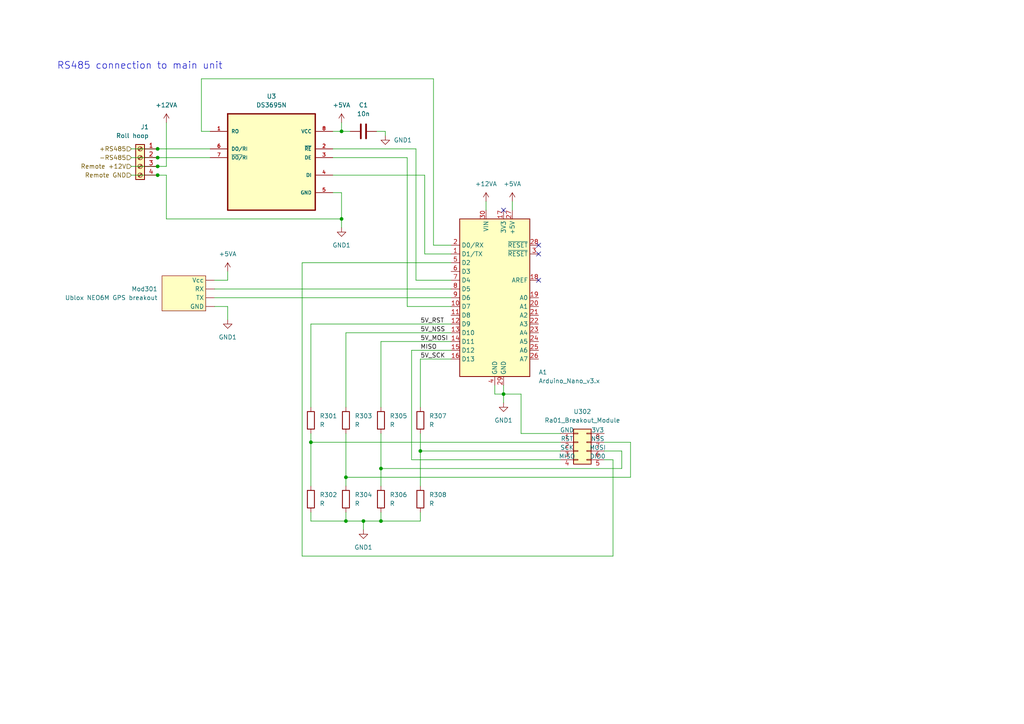
<source format=kicad_sch>
(kicad_sch (version 20230121) (generator eeschema)
  (paper "A4")
  (title_block (title "Tractor Engine Watchdog - Remote PCB") (date "2023-12-28") (rev "1") (company "Jotham Gates") (comment 1 "https://github.com/jgOhYeah/TractorWatchdog") (comment 3 "should connect +VDC to the chassis and -VDC to the battery through the ignition switch.") (comment 4 "Note that the ground symbol represents 0V in this schematic. Positive earthed vehicles"))
  (lib_symbols
    (symbol "Connector:Screw_Terminal_01x04" (pin_names (offset 1.016) hide)
      (property "Reference" "J" (at 0 5.08 0))
      (property "Value" "Screw_Terminal_01x04" (at 0 -7.62 0))
      (symbol "Screw_Terminal_01x04_1_1"
        (rectangle (start -1.27 3.81) (end 1.27 -6.35) (stroke (width 0.254)) (fill (type background)))
        (circle (center 0 -5.08) (radius 0.635) (stroke (width 0.1524)))
        (circle (center 0 -2.54) (radius 0.635) (stroke (width 0.1524)))
        (polyline (pts (xy -0.5334 -4.7498) (xy 0.3302 -5.588)) (stroke (width 0.1524)))
        (polyline (pts (xy -0.5334 -2.2098) (xy 0.3302 -3.048)) (stroke (width 0.1524)))
        (polyline (pts (xy -0.5334 0.3302) (xy 0.3302 -0.508)) (stroke (width 0.1524)))
        (polyline (pts (xy -0.5334 2.8702) (xy 0.3302 2.032)) (stroke (width 0.1524)))
        (polyline (pts (xy -0.3556 -4.572) (xy 0.508 -5.4102)) (stroke (width 0.1524)))
        (polyline (pts (xy -0.3556 -2.032) (xy 0.508 -2.8702)) (stroke (width 0.1524)))
        (polyline (pts (xy -0.3556 0.508) (xy 0.508 -0.3302)) (stroke (width 0.1524)))
        (polyline (pts (xy -0.3556 3.048) (xy 0.508 2.2098)) (stroke (width 0.1524)))
        (circle (center 0 0) (radius 0.635) (stroke (width 0.1524)))
        (circle (center 0 2.54) (radius 0.635) (stroke (width 0.1524)))
        (pin passive line (at -5.08 2.54 0) (length 3.81) (name "Pin_1") (number "1"))
        (pin passive line (at -5.08 0 0) (length 3.81) (name "Pin_2") (number "2"))
        (pin passive line (at -5.08 -2.54 0) (length 3.81) (name "Pin_3") (number "3"))
        (pin passive line (at -5.08 -5.08 0) (length 3.81) (name "Pin_4") (number "4"))
      )
    )
    (symbol "Custom:Ra01_Breakout_Module-Ra01_Breakout_Module" (pin_names (offset 0))
      (property "Reference" "U2" (at 1.27 8.89 0))
      (property "Value" "Ra01_Breakout_Module-Ra01_Breakout_Module" (at 1.27 6.35 0))
      (symbol "Ra01_Breakout_Module-Ra01_Breakout_Module_1_1"
        (rectangle (start -1.27 -4.953) (end 0 -5.207) (stroke (width 0.1524)))
        (rectangle (start -1.27 -2.413) (end 0 -2.667) (stroke (width 0.1524)))
        (rectangle (start -1.27 0.127) (end 0 -0.127) (stroke (width 0.1524)))
        (rectangle (start -1.27 2.667) (end 0 2.413) (stroke (width 0.1524)))
        (rectangle (start -1.27 3.81) (end 3.81 -6.35) (stroke (width 0.254)) (fill (type background)))
        (rectangle (start 3.81 -4.953) (end 2.54 -5.207) (stroke (width 0.1524)))
        (rectangle (start 3.81 -2.413) (end 2.54 -2.667) (stroke (width 0.1524)))
        (rectangle (start 3.81 0.127) (end 2.54 -0.127) (stroke (width 0.1524)))
        (rectangle (start 3.81 2.667) (end 2.54 2.413) (stroke (width 0.1524)))
        (pin power_in line (at -5.08 2.54 0) (length 3.81) (name "GND") (number "1"))
        (pin input line (at -5.08 0 0) (length 3.81) (name "RST") (number "2"))
        (pin input line (at -5.08 -2.54 0) (length 3.81) (name "SCK") (number "3"))
        (pin output line (at -5.08 -5.08 0) (length 3.81) (name "MISO") (number "4"))
        (pin bidirectional line (at 7.62 -5.08 180) (length 3.81) (name "DIO0") (number "5"))
        (pin input line (at 7.62 -2.54 180) (length 3.81) (name "MOSI") (number "6"))
        (pin input line (at 7.62 0 180) (length 3.81) (name "NSS") (number "7"))
        (pin power_in line (at 7.62 2.54 180) (length 3.81) (name "3V3") (number "8"))
      )
    )
    (symbol "Custom:Ublox_NEO6M_GPS_BreakoutModule"
      (property "Reference" "Mod" (at 0 1.27 0))
      (property "Value" "Ublox NEO6M GPS breakout" (at 0 -1.27 0))
      (symbol "Ublox_NEO6M_GPS_BreakoutModule_1_1"
        (rectangle (start 0 -2.54) (end 12.7 -12.7) (fill (type background)))
        (pin power_in line (at -2.54 -11.43 0) (length 2.54) (name "GND") (number ""))
        (pin input line (at -2.54 -6.35 0) (length 2.54) (name "RX") (number ""))
        (pin output line (at -2.54 -8.89 0) (length 2.54) (name "TX") (number ""))
        (pin power_in line (at -2.54 -3.81 0) (length 2.54) (name "Vcc") (number ""))
      )
    )
    (symbol "DS3695N:DS3695N" (pin_names (offset 1.016))
      (property "Reference" "U" (at -5.08 11.5062 0))
      (property "Value" "DS3695N" (at -6.2992 -20.5994 0))
      (symbol "DS3695N_0_0"
        (rectangle (start -12.7 -17.78) (end 12.7 10.16) (stroke (width 0.4064)) (fill (type background)))
        (pin output line (at 17.78 5.08 180) (length 5.08) (name "RO") (number "1"))
        (pin input line (at -17.78 0 0) (length 5.08) (name "~{RE}") (number "2"))
        (pin input line (at -17.78 -2.54 0) (length 5.08) (name "DE") (number "3"))
        (pin input line (at -17.78 -7.62 0) (length 5.08) (name "DI") (number "4"))
        (pin passive line (at -17.78 -12.7 0) (length 5.08) (name "GND") (number "5"))
        (pin bidirectional line (at 17.78 0 180) (length 5.08) (name "DO/RI") (number "6"))
        (pin bidirectional line (at 17.78 -2.54 180) (length 5.08) (name "~{DO/}RI") (number "7"))
        (pin power_in line (at -17.78 5.08 0) (length 5.08) (name "VCC") (number "8"))
      )
    )
    (symbol "Device:C" (pin_numbers hide) (pin_names (offset 0.254))
      (property "Reference" "C" (at 0.635 2.54 0))
      (property "Value" "C" (at 0.635 -2.54 0))
      (symbol "C_0_1"
        (polyline (pts (xy -2.032 -0.762) (xy 2.032 -0.762)) (stroke (width 0.508)))
        (polyline (pts (xy -2.032 0.762) (xy 2.032 0.762)) (stroke (width 0.508)))
      )
      (symbol "C_1_1"
        (pin passive line (at 0 3.81 270) (length 2.794) (name "~") (number "1"))
        (pin passive line (at 0 -3.81 90) (length 2.794) (name "~") (number "2"))
      )
    )
    (symbol "Device:R" (pin_numbers hide) (pin_names (offset 0))
      (property "Reference" "R" (at 2.032 0 90))
      (property "Value" "R" (at 0 0 90))
      (symbol "R_0_1"
        (rectangle (start -1.016 -2.54) (end 1.016 2.54) (stroke (width 0.254)))
      )
      (symbol "R_1_1"
        (pin passive line (at 0 3.81 270) (length 1.27) (name "~") (number "1"))
        (pin passive line (at 0 -3.81 90) (length 1.27) (name "~") (number "2"))
      )
    )
    (symbol "MCU_Module:Arduino_Nano_v3.x"
      (property "Reference" "A" (at -10.16 23.495 0))
      (property "Value" "Arduino_Nano_v3.x" (at 5.08 -24.13 0))
      (symbol "Arduino_Nano_v3.x_0_1"
        (rectangle (start -10.16 22.86) (end 10.16 -22.86) (stroke (width 0.254)) (fill (type background)))
      )
      (symbol "Arduino_Nano_v3.x_1_1"
        (pin bidirectional line (at -12.7 12.7 0) (length 2.54) (name "D1/TX") (number "1"))
        (pin bidirectional line (at -12.7 -2.54 0) (length 2.54) (name "D7") (number "10"))
        (pin bidirectional line (at -12.7 -5.08 0) (length 2.54) (name "D8") (number "11"))
        (pin bidirectional line (at -12.7 -7.62 0) (length 2.54) (name "D9") (number "12"))
        (pin bidirectional line (at -12.7 -10.16 0) (length 2.54) (name "D10") (number "13"))
        (pin bidirectional line (at -12.7 -12.7 0) (length 2.54) (name "D11") (number "14"))
        (pin bidirectional line (at -12.7 -15.24 0) (length 2.54) (name "D12") (number "15"))
        (pin bidirectional line (at -12.7 -17.78 0) (length 2.54) (name "D13") (number "16"))
        (pin power_out line (at 2.54 25.4 270) (length 2.54) (name "3V3") (number "17"))
        (pin input line (at 12.7 5.08 180) (length 2.54) (name "AREF") (number "18"))
        (pin bidirectional line (at 12.7 0 180) (length 2.54) (name "A0") (number "19"))
        (pin bidirectional line (at -12.7 15.24 0) (length 2.54) (name "D0/RX") (number "2"))
        (pin bidirectional line (at 12.7 -2.54 180) (length 2.54) (name "A1") (number "20"))
        (pin bidirectional line (at 12.7 -5.08 180) (length 2.54) (name "A2") (number "21"))
        (pin bidirectional line (at 12.7 -7.62 180) (length 2.54) (name "A3") (number "22"))
        (pin bidirectional line (at 12.7 -10.16 180) (length 2.54) (name "A4") (number "23"))
        (pin bidirectional line (at 12.7 -12.7 180) (length 2.54) (name "A5") (number "24"))
        (pin bidirectional line (at 12.7 -15.24 180) (length 2.54) (name "A6") (number "25"))
        (pin bidirectional line (at 12.7 -17.78 180) (length 2.54) (name "A7") (number "26"))
        (pin power_out line (at 5.08 25.4 270) (length 2.54) (name "+5V") (number "27"))
        (pin input line (at 12.7 15.24 180) (length 2.54) (name "~{RESET}") (number "28"))
        (pin power_in line (at 2.54 -25.4 90) (length 2.54) (name "GND") (number "29"))
        (pin input line (at 12.7 12.7 180) (length 2.54) (name "~{RESET}") (number "3"))
        (pin power_in line (at -2.54 25.4 270) (length 2.54) (name "VIN") (number "30"))
        (pin power_in line (at 0 -25.4 90) (length 2.54) (name "GND") (number "4"))
        (pin bidirectional line (at -12.7 10.16 0) (length 2.54) (name "D2") (number "5"))
        (pin bidirectional line (at -12.7 7.62 0) (length 2.54) (name "D3") (number "6"))
        (pin bidirectional line (at -12.7 5.08 0) (length 2.54) (name "D4") (number "7"))
        (pin bidirectional line (at -12.7 2.54 0) (length 2.54) (name "D5") (number "8"))
        (pin bidirectional line (at -12.7 0 0) (length 2.54) (name "D6") (number "9"))
      )
    )
    (symbol "power:+12VA" (power) (pin_names (offset 0))
      (property "Value" "+12VA" (at 0 3.556 0))
      (symbol "+12VA_0_1"
        (polyline (pts (xy -0.762 1.27) (xy 0 2.54)))
        (polyline (pts (xy 0 0) (xy 0 2.54)))
        (polyline (pts (xy 0 2.54) (xy 0.762 1.27)))
      )
      (symbol "+12VA_1_1"
        (pin power_in line (at 0 0 90) (length 0) hide (name "+12VA") (number "1"))
      )
    )
    (symbol "power:+5VA" (power) (pin_names (offset 0))
      (property "Value" "+5VA" (at 0 3.556 0))
      (symbol "+5VA_0_1"
        (polyline (pts (xy -0.762 1.27) (xy 0 2.54)))
        (polyline (pts (xy 0 0) (xy 0 2.54)))
        (polyline (pts (xy 0 2.54) (xy 0.762 1.27)))
      )
      (symbol "+5VA_1_1"
        (pin power_in line (at 0 0 90) (length 0) hide (name "+5VA") (number "1"))
      )
    )
    (symbol "power:GND1" (power) (pin_names (offset 0))
      (property "Value" "GND1" (at 0 -3.81 0))
      (symbol "GND1_0_1"
        (polyline (pts (xy 0 0) (xy 0 -1.27) (xy 1.27 -1.27) (xy 0 -2.54) (xy -1.27 -1.27) (xy 0 -1.27)))
      )
      (symbol "GND1_1_1"
        (pin power_in line (at 0 0 270) (length 0) hide (name "GND1") (number "1"))
      )
    )
  )
  (junction (at 45.72 43.18))
  (junction (at 121.92 130.81))
  (junction (at 100.33 138.43))
  (junction (at 99.06 38.1))
  (junction (at 110.49 135.89))
  (junction (at 110.49 151.13))
  (junction (at 100.33 151.13))
  (junction (at 45.72 48.26))
  (junction (at 90.17 128.27))
  (junction (at 146.05 114.3))
  (junction (at 45.72 50.8))
  (junction (at 105.41 151.13))
  (junction (at 45.72 45.72))
  (junction (at 99.06 63.5))
  (no_connect (at 156.21 73.66))
  (no_connect (at 156.21 71.12))
  (no_connect (at 156.21 81.28))
  (no_connect (at 146.05 60.96))
  (wire (pts (xy 66.04 78.74) (xy 66.04 81.28)))
  (wire (pts (xy 45.72 50.8) (xy 48.26 50.8)))
  (wire (pts (xy 175.26 130.81) (xy 180.34 130.81)))
  (wire (pts (xy 58.42 22.86) (xy 58.42 38.1)))
  (wire (pts (xy 66.04 81.28) (xy 62.23 81.28)))
  (wire (pts (xy 110.49 99.06) (xy 110.49 118.11)))
  (wire (pts (xy 121.92 125.73) (xy 121.92 130.81)))
  (wire (pts (xy 125.73 71.12) (xy 125.73 22.86)))
  (wire (pts (xy 121.92 151.13) (xy 110.49 151.13)))
  (wire (pts (xy 118.11 45.72) (xy 96.52 45.72)))
  (wire (pts (xy 110.49 151.13) (xy 110.49 148.59)))
  (wire (pts (xy 100.33 138.43) (xy 100.33 140.97)))
  (wire (pts (xy 100.33 148.59) (xy 100.33 151.13)))
  (wire (pts (xy 110.49 125.73) (xy 110.49 135.89)))
  (wire (pts (xy 38.1 43.18) (xy 45.72 43.18)))
  (wire (pts (xy 105.41 151.13) (xy 105.41 153.67)))
  (wire (pts (xy 146.05 111.76) (xy 146.05 114.3)))
  (wire (pts (xy 100.33 151.13) (xy 105.41 151.13)))
  (wire (pts (xy 130.81 71.12) (xy 125.73 71.12)))
  (wire (pts (xy 99.06 55.88) (xy 96.52 55.88)))
  (wire (pts (xy 66.04 88.9) (xy 66.04 92.71)))
  (wire (pts (xy 38.1 50.8) (xy 45.72 50.8)))
  (wire (pts (xy 143.51 114.3) (xy 146.05 114.3)))
  (wire (pts (xy 151.13 114.3) (xy 146.05 114.3)))
  (wire (pts (xy 146.05 114.3) (xy 146.05 116.84)))
  (wire (pts (xy 48.26 35.56) (xy 48.26 48.26)))
  (wire (pts (xy 123.19 73.66) (xy 123.19 50.8)))
  (wire (pts (xy 118.11 88.9) (xy 118.11 45.72)))
  (wire (pts (xy 45.72 45.72) (xy 60.96 45.72)))
  (wire (pts (xy 175.26 128.27) (xy 182.88 128.27)))
  (wire (pts (xy 119.38 101.6) (xy 130.81 101.6)))
  (wire (pts (xy 125.73 22.86) (xy 58.42 22.86)))
  (wire (pts (xy 87.63 76.2) (xy 87.63 161.29)))
  (wire (pts (xy 90.17 148.59) (xy 90.17 151.13)))
  (wire (pts (xy 130.81 99.06) (xy 110.49 99.06)))
  (wire (pts (xy 62.23 88.9) (xy 66.04 88.9)))
  (wire (pts (xy 180.34 130.81) (xy 180.34 135.89)))
  (wire (pts (xy 177.8 133.35) (xy 175.26 133.35)))
  (wire (pts (xy 177.8 161.29) (xy 177.8 133.35)))
  (wire (pts (xy 90.17 125.73) (xy 90.17 128.27)))
  (wire (pts (xy 130.81 73.66) (xy 123.19 73.66)))
  (wire (pts (xy 99.06 38.1) (xy 96.52 38.1)))
  (wire (pts (xy 119.38 133.35) (xy 119.38 101.6)))
  (wire (pts (xy 121.92 130.81) (xy 121.92 140.97)))
  (wire (pts (xy 38.1 48.26) (xy 45.72 48.26)))
  (wire (pts (xy 111.76 38.1) (xy 109.22 38.1)))
  (wire (pts (xy 110.49 135.89) (xy 110.49 140.97)))
  (wire (pts (xy 48.26 63.5) (xy 99.06 63.5)))
  (wire (pts (xy 182.88 128.27) (xy 182.88 138.43)))
  (wire (pts (xy 45.72 43.18) (xy 60.96 43.18)))
  (wire (pts (xy 121.92 104.14) (xy 121.92 118.11)))
  (wire (pts (xy 99.06 38.1) (xy 101.6 38.1)))
  (wire (pts (xy 90.17 93.98) (xy 90.17 118.11)))
  (wire (pts (xy 118.11 88.9) (xy 130.81 88.9)))
  (wire (pts (xy 162.56 133.35) (xy 119.38 133.35)))
  (wire (pts (xy 120.65 43.18) (xy 96.52 43.18)))
  (wire (pts (xy 100.33 125.73) (xy 100.33 138.43)))
  (wire (pts (xy 90.17 128.27) (xy 90.17 140.97)))
  (wire (pts (xy 38.1 45.72) (xy 45.72 45.72)))
  (wire (pts (xy 99.06 35.56) (xy 99.06 38.1)))
  (wire (pts (xy 105.41 151.13) (xy 110.49 151.13)))
  (wire (pts (xy 130.81 76.2) (xy 87.63 76.2)))
  (wire (pts (xy 121.92 148.59) (xy 121.92 151.13)))
  (wire (pts (xy 90.17 151.13) (xy 100.33 151.13)))
  (wire (pts (xy 58.42 38.1) (xy 60.96 38.1)))
  (wire (pts (xy 121.92 130.81) (xy 162.56 130.81)))
  (wire (pts (xy 130.81 104.14) (xy 121.92 104.14)))
  (wire (pts (xy 48.26 50.8) (xy 48.26 63.5)))
  (wire (pts (xy 162.56 125.73) (xy 151.13 125.73)))
  (wire (pts (xy 45.72 48.26) (xy 48.26 48.26)))
  (wire (pts (xy 151.13 125.73) (xy 151.13 114.3)))
  (wire (pts (xy 100.33 96.52) (xy 130.81 96.52)))
  (wire (pts (xy 90.17 93.98) (xy 130.81 93.98)))
  (wire (pts (xy 62.23 83.82) (xy 130.81 83.82)))
  (wire (pts (xy 120.65 81.28) (xy 120.65 43.18)))
  (wire (pts (xy 140.97 58.42) (xy 140.97 60.96)))
  (wire (pts (xy 99.06 63.5) (xy 99.06 66.04)))
  (wire (pts (xy 99.06 63.5) (xy 99.06 55.88)))
  (wire (pts (xy 87.63 161.29) (xy 177.8 161.29)))
  (wire (pts (xy 143.51 111.76) (xy 143.51 114.3)))
  (wire (pts (xy 148.59 58.42) (xy 148.59 60.96)))
  (wire (pts (xy 100.33 118.11) (xy 100.33 96.52)))
  (wire (pts (xy 100.33 138.43) (xy 182.88 138.43)))
  (wire (pts (xy 120.65 81.28) (xy 130.81 81.28)))
  (wire (pts (xy 62.23 86.36) (xy 130.81 86.36)))
  (wire (pts (xy 110.49 135.89) (xy 180.34 135.89)))
  (wire (pts (xy 111.76 39.37) (xy 111.76 38.1)))
  (wire (pts (xy 90.17 128.27) (xy 162.56 128.27)))
  (wire (pts (xy 123.19 50.8) (xy 96.52 50.8)))
  (text "RS485 connection to main unit" (at 16.51 20.32 0) (effects (font (size 2 2)) (justify left bottom)))
  (label "5V_NSS" (at 121.92 96.52 0))
  (label "5V_RST" (at 121.92 93.98 0))
  (label "5V_SCK" (at 121.92 104.14 0))
  (label "5V_MOSI" (at 121.92 99.06 0))
  (label "MISO" (at 121.92 101.6 0))
  (hierarchical_label "Remote +12V" (shape input) (at 38.1 48.26 180))
  (hierarchical_label "-RS485" (shape input) (at 38.1 45.72 180))
  (hierarchical_label "+RS485" (shape input) (at 38.1 43.18 180))
  (hierarchical_label "Remote GND" (shape input) (at 38.1 50.8 180))
  (symbol (lib_id "power:+5VA") (at 148.59 58.42 0) (unit 1)
    (property "Reference" "#PWR0310" (effects hide))
    (property "Value" "+5VA" (at 148.59 53.34 0))
  )
  (symbol (lib_id "Device:C") (at 105.41 38.1 90) (unit 1)
    (property "Reference" "C1" (at 105.41 30.48 90))
    (property "Value" "10n" (at 105.41 33.02 90))
    (property "Footprint" "Capacitor_THT:C_Rect_L10.0mm_W2.5mm_P7.50mm_MKS4" (effects hide))
    (instances (project "WatchdogPCB" (path "" (reference "C1") (unit 1)) (path "" (reference "C1") (unit 1)) (path "" (reference "C301") (unit 1))))
  )
  (symbol (lib_id "Device:R") (at 110.49 121.92 0) (unit 1)
    (property "Reference" "R305" (at 113.03 120.65 0) (effects (justify left)))
    (property "Value" "R" (at 113.03 123.19 0) (effects (justify left)))
  )
  (symbol (lib_id "Custom:Ra01_Breakout_Module-Ra01_Breakout_Module") (at 167.64 128.27 0) (unit 1)
    (property "Reference" "U302" (at 168.91 119.38 0))
    (property "Value" "Ra01_Breakout_Module" (at 168.91 121.92 0))
  )
  (symbol (lib_id "power:GND1") (at 66.04 92.71 0) (mirror y) (unit 1)
    (property "Reference" "#PWR0303" (effects hide))
    (property "Value" "GND1" (at 66.04 97.79 0))
  )
  (symbol (lib_id "power:+5VA") (at 99.06 35.56 0) (unit 1)
    (property "Reference" "#PWR0304" (effects hide))
    (property "Value" "+5VA" (at 99.06 30.48 0))
  )
  (symbol (lib_id "Device:R") (at 121.92 121.92 0) (unit 1)
    (property "Reference" "R307" (at 124.46 120.65 0) (effects (justify left)))
    (property "Value" "R" (at 124.46 123.19 0) (effects (justify left)))
  )
  (symbol (lib_id "power:GND1") (at 146.05 116.84 0) (unit 1)
    (property "Reference" "#PWR0309" (effects hide))
    (property "Value" "GND1" (at 146.05 121.92 0))
  )
  (symbol (lib_id "power:GND1") (at 99.06 66.04 0) (unit 1)
    (property "Reference" "#PWR0305" (effects hide))
    (property "Value" "GND1" (at 99.06 71.12 0))
  )
  (symbol (lib_id "Connector:Screw_Terminal_01x04") (at 40.64 45.72 0) (mirror y) (unit 1)
    (property "Reference" "J1" (at 43.18 36.83 0) (effects (justify left)))
    (property "Value" "Roll hoop" (at 43.18 39.37 0) (effects (justify left)))
    (property "Footprint" "TerminalBlock:TerminalBlock_bornier-4_P5.08mm" (effects hide))
    (instances (project "WatchdogPCB" (path "" (reference "J1") (unit 1)) (path "" (reference "J1") (unit 1)) (path "" (reference "J301") (unit 1))))
  )
  (symbol (lib_id "Custom:Ublox_NEO6M_GPS_BreakoutModule") (at 59.69 77.47 0) (mirror y) (unit 1)
    (property "Reference" "Mod301" (at 45.72 83.82 0) (effects (justify left)))
    (property "Value" "Ublox NEO6M GPS breakout" (at 45.72 86.36 0) (effects (justify left)))
  )
  (symbol (lib_id "Device:R") (at 121.92 144.78 0) (unit 1)
    (property "Reference" "R308" (at 124.46 143.51 0) (effects (justify left)))
    (property "Value" "R" (at 124.46 146.05 0) (effects (justify left)))
  )
  (symbol (lib_id "MCU_Module:Arduino_Nano_v3.x") (at 143.51 86.36 0) (unit 1)
    (property "Reference" "A1" (at 156.21 107.95 0) (effects (justify left)))
    (property "Value" "Arduino_Nano_v3.x" (at 156.21 110.49 0) (effects (justify left)))
    (property "Footprint" "Module:Arduino_Nano" (effects hide))
    (property "Datasheet" "http://www.mouser.com/pdfdocs/Gravitech_Arduino_Nano3_0.pdf" (effects hide))
    (instances (project "WatchdogPCB" (path "" (reference "A1") (unit 1)) (path "" (reference "A1") (unit 1)) (path "" (reference "A301") (unit 1))))
  )
  (symbol (lib_id "DS3695N:DS3695N") (at 78.74 43.18 0) (mirror y) (unit 1)
    (property "Reference" "U3" (at 78.74 27.94 0))
    (property "Value" "DS3695N" (at 78.74 30.48 0))
    (property "Footprint" "Package_DIP:DIP-8_W7.62mm_Socket_LongPads" (effects hide))
    (property "SUPPLIER" "NationalSemiconductor" (effects hide))
    (property "OC_FARNELL" "9487166" (effects hide))
    (property "OC_NEWARK" "07B5309" (effects hide))
    (property "MPN" "DS3695N" (effects hide))
    (property "PACKAGE" "DIP-8" (effects hide))
    (instances (project "WatchdogPCB" (path "" (reference "U3") (unit 1)) (path "" (reference "U3") (unit 1)) (path "" (reference "U301") (unit 1))))
  )
  (symbol (lib_id "Device:R") (at 90.17 144.78 0) (unit 1)
    (property "Reference" "R302" (at 92.71 143.51 0) (effects (justify left)))
    (property "Value" "R" (at 92.71 146.05 0) (effects (justify left)))
  )
  (symbol (lib_id "power:+5VA") (at 66.04 78.74 0) (mirror y) (unit 1)
    (property "Reference" "#PWR0302" (effects hide))
    (property "Value" "+5VA" (at 66.04 73.66 0))
  )
  (symbol (lib_id "Device:R") (at 110.49 144.78 0) (unit 1)
    (property "Reference" "R306" (at 113.03 143.51 0) (effects (justify left)))
    (property "Value" "R" (at 113.03 146.05 0) (effects (justify left)))
  )
  (symbol (lib_id "power:+12VA") (at 48.26 35.56 0) (unit 1)
    (property "Reference" "#PWR0301" (effects hide))
    (property "Value" "+12VA" (at 48.26 30.48 0))
  )
  (symbol (lib_id "power:GND1") (at 105.41 153.67 0) (unit 1)
    (property "Reference" "#PWR0307" (effects hide))
    (property "Value" "GND1" (at 105.41 158.75 0))
  )
  (symbol (lib_id "Device:R") (at 90.17 121.92 0) (unit 1)
    (property "Reference" "R301" (at 92.71 120.65 0) (effects (justify left)))
    (property "Value" "R" (at 92.71 123.19 0) (effects (justify left)))
  )
  (symbol (lib_id "Device:R") (at 100.33 144.78 0) (unit 1)
    (property "Reference" "R304" (at 102.87 143.51 0) (effects (justify left)))
    (property "Value" "R" (at 102.87 146.05 0) (effects (justify left)))
  )
  (symbol (lib_id "Device:R") (at 100.33 121.92 0) (unit 1)
    (property "Reference" "R303" (at 102.87 120.65 0) (effects (justify left)))
    (property "Value" "R" (at 102.87 123.19 0) (effects (justify left)))
  )
  (symbol (lib_id "power:+12VA") (at 140.97 58.42 0) (unit 1)
    (property "Reference" "#PWR0308" (effects hide))
    (property "Value" "+12VA" (at 140.97 53.34 0))
  )
  (symbol (lib_id "power:GND1") (at 111.76 39.37 0) (unit 1)
    (property "Reference" "#PWR0306" (effects hide))
    (property "Value" "GND1" (at 116.84 40.64 0))
  )
)
</source>
